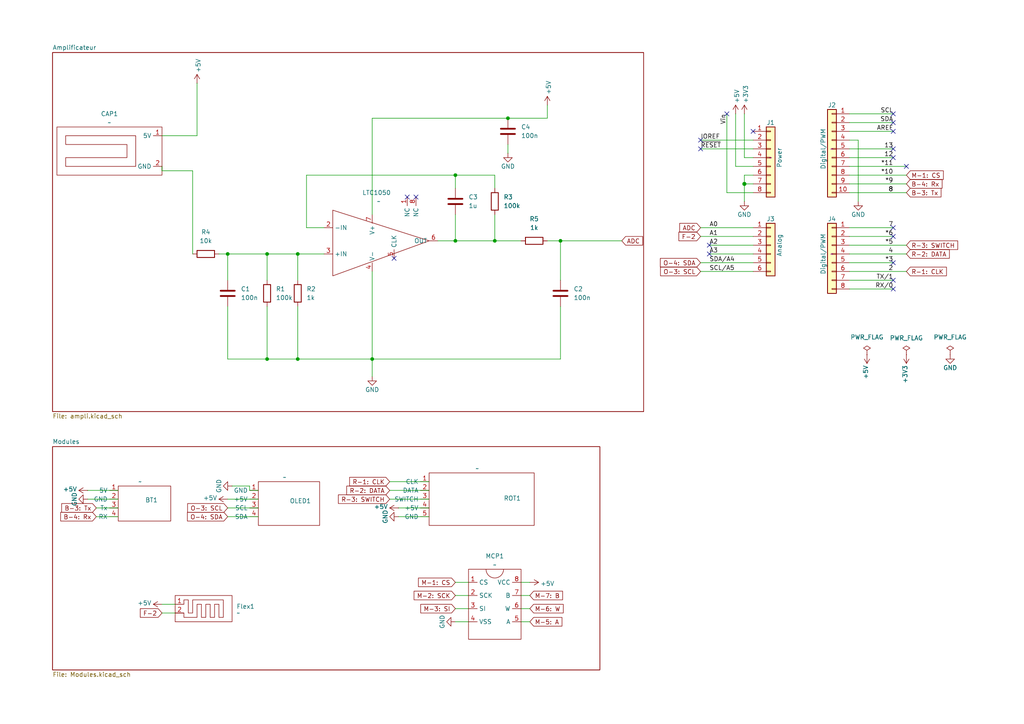
<source format=kicad_sch>
(kicad_sch (version 20231120) (generator "eeschema") (generator_version "8.0")
  (paper "A4")
  (title_block (title "Démo Shield Arduino") (date "mar. 31 mars 2015") (rev "1.0") (company "INSA DELCAMPO/VALENCIA") (comment 2 "${EMAIL}") (comment 3 "Ignacio DEL CAMPO") (comment 4 "Opérateur CAO:"))
  (lib_symbols
    (symbol "BT_HC-05_1"
      (property "Reference" "BT" (at 3.048 -7.366 0))
      (symbol "BT_HC-05_1_1_1"
        (rectangle (start -7.62 -2.54) (end 7.62 -12.7))
        (pin passive line (at -7.62 -3.81 180) (length 2.54) (name "5V") (number "1"))
        (pin passive line (at -7.62 -6.35 180) (length 2.54) (name "GND") (number "2"))
        (pin passive line (at -7.62 -8.89 180) (length 2.54) (name "Tx") (number "3"))
        (pin passive line (at -7.62 -11.43 180) (length 2.54) (name "RX") (number "4"))
      )
    )
    (symbol "Chulo:MCP41050"
      (property "Reference" "MCP" (at 0.254 -10.922 0))
      (symbol "MCP41050_0_1"
        (rectangle (start -7.62 7.62) (end 7.62 -12.7))
        (arc (start -2.54 7.62) (mid 0 5.08) (end 2.54 7.62))
      )
      (symbol "MCP41050_1_1"
        (pin passive line (at -7.62 3.81 0) (length 2.54) (name "CS") (number "1"))
        (pin passive line (at -7.62 0 0) (length 2.54) (name "SCK") (number "2"))
        (pin passive line (at -7.62 -3.81 0) (length 2.54) (name "SI") (number "3"))
        (pin passive line (at -7.62 -7.62 0) (length 2.54) (name "VSS") (number "4"))
        (pin passive line (at 7.62 -7.62 180) (length 2.54) (name "A") (number "5"))
        (pin passive line (at 7.62 -3.81 180) (length 2.54) (name "W") (number "6"))
        (pin passive line (at 7.62 0 180) (length 2.54) (name "B") (number "7"))
        (pin passive line (at 7.62 3.81 180) (length 2.54) (name "VCC") (number "8"))
      )
    )
    (symbol "Connector_Generic:Conn_01x06" (pin_names (offset 1.016) hide)
      (property "Reference" "J" (at 0 7.62 0))
      (property "Value" "Conn_01x06" (at 0 -10.16 0))
      (symbol "Conn_01x06_1_1"
        (rectangle (start -1.27 -7.493) (end 0 -7.747) (stroke (width 0.1524)))
        (rectangle (start -1.27 -4.953) (end 0 -5.207) (stroke (width 0.1524)))
        (rectangle (start -1.27 -2.413) (end 0 -2.667) (stroke (width 0.1524)))
        (rectangle (start -1.27 0.127) (end 0 -0.127) (stroke (width 0.1524)))
        (rectangle (start -1.27 2.667) (end 0 2.413) (stroke (width 0.1524)))
        (rectangle (start -1.27 5.207) (end 0 4.953) (stroke (width 0.1524)))
        (rectangle (start -1.27 6.35) (end 1.27 -8.89) (stroke (width 0.254)) (fill (type background)))
        (pin passive line (at -5.08 5.08 0) (length 3.81) (name "Pin_1") (number "1"))
        (pin passive line (at -5.08 2.54 0) (length 3.81) (name "Pin_2") (number "2"))
        (pin passive line (at -5.08 0 0) (length 3.81) (name "Pin_3") (number "3"))
        (pin passive line (at -5.08 -2.54 0) (length 3.81) (name "Pin_4") (number "4"))
        (pin passive line (at -5.08 -5.08 0) (length 3.81) (name "Pin_5") (number "5"))
        (pin passive line (at -5.08 -7.62 0) (length 3.81) (name "Pin_6") (number "6"))
      )
    )
    (symbol "Connector_Generic:Conn_01x08" (pin_names (offset 1.016) hide)
      (property "Reference" "J" (at 0 10.16 0))
      (property "Value" "Conn_01x08" (at 0 -12.7 0))
      (symbol "Conn_01x08_1_1"
        (rectangle (start -1.27 -10.033) (end 0 -10.287) (stroke (width 0.1524)))
        (rectangle (start -1.27 -7.493) (end 0 -7.747) (stroke (width 0.1524)))
        (rectangle (start -1.27 -4.953) (end 0 -5.207) (stroke (width 0.1524)))
        (rectangle (start -1.27 -2.413) (end 0 -2.667) (stroke (width 0.1524)))
        (rectangle (start -1.27 0.127) (end 0 -0.127) (stroke (width 0.1524)))
        (rectangle (start -1.27 2.667) (end 0 2.413) (stroke (width 0.1524)))
        (rectangle (start -1.27 5.207) (end 0 4.953) (stroke (width 0.1524)))
        (rectangle (start -1.27 7.747) (end 0 7.493) (stroke (width 0.1524)))
        (rectangle (start -1.27 8.89) (end 1.27 -11.43) (stroke (width 0.254)) (fill (type background)))
        (pin passive line (at -5.08 7.62 0) (length 3.81) (name "Pin_1") (number "1"))
        (pin passive line (at -5.08 5.08 0) (length 3.81) (name "Pin_2") (number "2"))
        (pin passive line (at -5.08 2.54 0) (length 3.81) (name "Pin_3") (number "3"))
        (pin passive line (at -5.08 0 0) (length 3.81) (name "Pin_4") (number "4"))
        (pin passive line (at -5.08 -2.54 0) (length 3.81) (name "Pin_5") (number "5"))
        (pin passive line (at -5.08 -5.08 0) (length 3.81) (name "Pin_6") (number "6"))
        (pin passive line (at -5.08 -7.62 0) (length 3.81) (name "Pin_7") (number "7"))
        (pin passive line (at -5.08 -10.16 0) (length 3.81) (name "Pin_8") (number "8"))
      )
    )
    (symbol "Connector_Generic:Conn_01x10" (pin_names (offset 1.016) hide)
      (property "Reference" "J" (at 0 12.7 0))
      (property "Value" "Conn_01x10" (at 0 -15.24 0))
      (symbol "Conn_01x10_1_1"
        (rectangle (start -1.27 -12.573) (end 0 -12.827) (stroke (width 0.1524)))
        (rectangle (start -1.27 -10.033) (end 0 -10.287) (stroke (width 0.1524)))
        (rectangle (start -1.27 -7.493) (end 0 -7.747) (stroke (width 0.1524)))
        (rectangle (start -1.27 -4.953) (end 0 -5.207) (stroke (width 0.1524)))
        (rectangle (start -1.27 -2.413) (end 0 -2.667) (stroke (width 0.1524)))
        (rectangle (start -1.27 0.127) (end 0 -0.127) (stroke (width 0.1524)))
        (rectangle (start -1.27 2.667) (end 0 2.413) (stroke (width 0.1524)))
        (rectangle (start -1.27 5.207) (end 0 4.953) (stroke (width 0.1524)))
        (rectangle (start -1.27 7.747) (end 0 7.493) (stroke (width 0.1524)))
        (rectangle (start -1.27 10.287) (end 0 10.033) (stroke (width 0.1524)))
        (rectangle (start -1.27 11.43) (end 1.27 -13.97) (stroke (width 0.254)) (fill (type background)))
        (pin passive line (at -5.08 10.16 0) (length 3.81) (name "Pin_1") (number "1"))
        (pin passive line (at -5.08 -12.7 0) (length 3.81) (name "Pin_10") (number "10"))
        (pin passive line (at -5.08 7.62 0) (length 3.81) (name "Pin_2") (number "2"))
        (pin passive line (at -5.08 5.08 0) (length 3.81) (name "Pin_3") (number "3"))
        (pin passive line (at -5.08 2.54 0) (length 3.81) (name "Pin_4") (number "4"))
        (pin passive line (at -5.08 0 0) (length 3.81) (name "Pin_5") (number "5"))
        (pin passive line (at -5.08 -2.54 0) (length 3.81) (name "Pin_6") (number "6"))
        (pin passive line (at -5.08 -5.08 0) (length 3.81) (name "Pin_7") (number "7"))
        (pin passive line (at -5.08 -7.62 0) (length 3.81) (name "Pin_8") (number "8"))
        (pin passive line (at -5.08 -10.16 0) (length 3.81) (name "Pin_9") (number "9"))
      )
    )
    (symbol "Device:C" (pin_numbers hide) (pin_names (offset 0.254))
      (property "Reference" "C" (at 0.635 2.54 0))
      (property "Value" "C" (at 0.635 -2.54 0))
      (symbol "C_0_1"
        (polyline (pts (xy -2.032 -0.762) (xy 2.032 -0.762)) (stroke (width 0.508)))
        (polyline (pts (xy -2.032 0.762) (xy 2.032 0.762)) (stroke (width 0.508)))
      )
      (symbol "C_1_1"
        (pin passive line (at 0 3.81 270) (length 2.794) (name "~") (number "1"))
        (pin passive line (at 0 -3.81 90) (length 2.794) (name "~") (number "2"))
      )
    )
    (symbol "Device:R" (pin_numbers hide) (pin_names (offset 0))
      (property "Reference" "R" (at 2.032 0 90))
      (property "Value" "R" (at 0 0 90))
      (symbol "R_0_1"
        (rectangle (start -1.016 -2.54) (end 1.016 2.54) (stroke (width 0.254)))
      )
      (symbol "R_1_1"
        (pin passive line (at 0 3.81 270) (length 1.27) (name "~") (number "1"))
        (pin passive line (at 0 -3.81 90) (length 1.27) (name "~") (number "2"))
      )
    )
    (symbol "Ecran_OLED_1"
      (property "Reference" "OLED" (at 2.794 -9.144 0))
      (symbol "Ecran_OLED_1_0_1"
        (rectangle (start -8.89 -2.54) (end 8.89 -15.24))
      )
      (symbol "Ecran_OLED_1_1_1"
        (pin passive line (at -8.89 -5.08 180) (length 2.54) (name "GND") (number "1"))
        (pin passive line (at -8.89 -7.62 180) (length 2.54) (name "+5V") (number "2"))
        (pin passive line (at -8.89 -10.16 180) (length 2.54) (name "SCL") (number "3"))
        (pin passive line (at -8.89 -12.7 180) (length 2.54) (name "SDA") (number "4"))
      )
    )
    (symbol "LibCapteur:Capteur"
      (property "Reference" "CAP" (at 0 0 0))
      (symbol "Capteur_0_1"
        (rectangle (start -15.24 -3.81) (end 15.24 -17.78))
        (polyline (pts (xy -12.7 -6.35) (xy 7.62 -6.35) (xy 7.62 -15.24) (xy -12.7 -15.24) (xy -12.7 -12.7) (xy 5.08 -12.7) (xy 5.08 -8.89) (xy -12.7 -8.89) (xy -12.7 -6.35)))
      )
      (symbol "Capteur_1_1"
        (pin passive line (at 15.24 -6.35 180) (length 2.54) (name "5V") (number "1"))
        (pin passive line (at 15.24 -15.24 180) (length 2.54) (name "GND") (number "2"))
      )
    )
    (symbol "LibCapteur:EncodRot"
      (property "Reference" "ROT" (at 0 0 0))
      (symbol "EncodRot_0_1"
        (rectangle (start -15.24 -2.54) (end 15.24 -17.78))
      )
      (symbol "EncodRot_1_1"
        (pin passive line (at -15.24 -5.08 180) (length 2.54) (name "CLK") (number "1"))
        (pin passive line (at -15.24 -7.62 180) (length 2.54) (name "DATA") (number "2"))
        (pin passive line (at -15.24 -10.16 180) (length 2.54) (name "SWITCH") (number "3"))
        (pin passive line (at -15.24 -12.7 180) (length 2.54) (name "+5V") (number "4"))
        (pin passive line (at -15.24 -15.24 180) (length 2.54) (name "GND") (number "5"))
      )
    )
    (symbol "LibCapteur:FlexSensor"
      (property "Reference" "Flex" (at 0 5.08 0))
      (symbol "FlexSensor_0_1"
        (rectangle (start -7.62 3.81) (end 8.89 -3.81))
        (polyline (pts (xy -7.62 1.27) (xy -5.08 1.27) (xy -5.08 2.54) (xy -3.81 2.54) (xy -3.81 -1.27) (xy -2.54 -1.27) (xy -2.54 2.54) (xy -1.27 2.54) (xy 6.35 2.54) (xy 6.35 -2.54) (xy 5.08 -2.54) (xy 5.08 1.27) (xy 3.81 1.27) (xy 3.81 -2.54) (xy 2.54 -2.54) (xy 2.54 1.27) (xy 1.27 1.27) (xy 1.27 -2.54) (xy 0 -2.54) (xy 0 1.27) (xy -1.27 1.27) (xy -1.27 -2.54) (xy -5.08 -2.54) (xy -5.08 -1.27) (xy -7.62 -1.27)))
      )
      (symbol "FlexSensor_1_1"
        (pin passive line (at -7.62 1.27 0) (length 2.54) (name "") (number "1"))
        (pin passive line (at -7.62 -1.27 0) (length 2.54) (name "") (number "2"))
      )
    )
    (symbol "LibCapteur:LTC1050"
      (property "Reference" "LTC1050" (at 0 0 0))
      (property "Value" "~" (at 0.635 -2.54 0))
      (symbol "LTC1050_0_1"
        (polyline (pts (xy -12.7 -5.08) (xy 15.24 -13.97) (xy -12.7 -24.13) (xy -12.7 -5.08)))
      )
      (symbol "LTC1050_1_1"
        (pin passive line (at 8.89 -1.27 270) (length 2.54) (name "NC") (number "1"))
        (pin passive line (at -15.24 -10.16 0) (length 2.54) (name "-IN") (number "2"))
        (pin passive line (at -15.24 -17.78 0) (length 2.54) (name "+IN") (number "3"))
        (pin passive line (at -1.27 -22.86 90) (length 2.54) (name "V-") (number "4"))
        (pin passive line (at 5.08 -19.05 90) (length 2.54) (name "CLK") (number "5"))
        (pin passive line (at 17.78 -13.97 180) (length 2.54) (name "OUT") (number "6"))
        (pin passive line (at -1.27 -6.35 270) (length 2.54) (name "V+") (number "7"))
        (pin passive line (at 11.43 -1.27 270) (length 2.54) (name "NC") (number "8"))
      )
    )
    (symbol "power:+3V3" (power) (pin_numbers hide) (pin_names (offset 0) hide)
      (property "Value" "+3V3" (at 0 3.556 0))
      (symbol "+3V3_0_1"
        (polyline (pts (xy -0.762 1.27) (xy 0 2.54)))
        (polyline (pts (xy 0 0) (xy 0 2.54)))
        (polyline (pts (xy 0 2.54) (xy 0.762 1.27)))
      )
      (symbol "+3V3_1_1"
        (pin power_in line (at 0 0 90) (length 0) (name "~") (number "1"))
      )
    )
    (symbol "power:+5V" (power) (pin_numbers hide) (pin_names (offset 0) hide)
      (property "Value" "+5V" (at 0 3.556 0))
      (symbol "+5V_0_1"
        (polyline (pts (xy -0.762 1.27) (xy 0 2.54)))
        (polyline (pts (xy 0 0) (xy 0 2.54)))
        (polyline (pts (xy 0 2.54) (xy 0.762 1.27)))
      )
      (symbol "+5V_1_1"
        (pin power_in line (at 0 0 90) (length 0) (name "~") (number "1"))
      )
    )
    (symbol "power:GND" (power) (pin_numbers hide) (pin_names (offset 0) hide)
      (property "Value" "GND" (at 0 -3.81 0))
      (symbol "GND_0_1"
        (polyline (pts (xy 0 0) (xy 0 -1.27) (xy 1.27 -1.27) (xy 0 -2.54) (xy -1.27 -1.27) (xy 0 -1.27)))
      )
      (symbol "GND_1_1"
        (pin power_in line (at 0 0 270) (length 0) (name "~") (number "1"))
      )
    )
    (symbol "power:PWR_FLAG" (power) (pin_numbers hide) (pin_names (offset 0) hide)
      (property "Value" "PWR_FLAG" (at 0 3.81 0))
      (symbol "PWR_FLAG_0_0"
        (pin power_out line (at 0 0 90) (length 0) (name "~") (number "1"))
      )
      (symbol "PWR_FLAG_0_1"
        (polyline (pts (xy 0 0) (xy 0 1.27) (xy -1.016 1.905) (xy 0 2.54) (xy 1.016 1.905) (xy 0 1.27)))
      )
    )
  )
  (junction (at 147.32 34.29))
  (junction (at 132.08 69.85))
  (junction (at 132.08 50.8))
  (junction (at 107.95 104.14))
  (junction (at 162.56 69.85))
  (junction (at 143.51 69.85))
  (junction (at 215.9 53.34) (diameter 1.016))
  (junction (at 66.04 73.66))
  (junction (at 77.47 104.14))
  (junction (at 86.36 104.14))
  (junction (at 77.47 73.66))
  (junction (at 86.36 73.66))
  (no_connect (at 259.08 68.58))
  (no_connect (at 118.11 57.15))
  (no_connect (at 259.08 83.82))
  (no_connect (at 114.3 74.93))
  (no_connect (at 205.74 71.12))
  (no_connect (at 259.08 35.56))
  (no_connect (at 259.08 38.1))
  (no_connect (at 203.2 43.18))
  (no_connect (at 259.08 76.2))
  (no_connect (at 259.08 81.28))
  (no_connect (at 259.08 33.02))
  (no_connect (at 205.74 73.66))
  (no_connect (at 120.65 57.15))
  (no_connect (at 262.89 48.26))
  (no_connect (at 259.08 45.72))
  (no_connect (at 210.82 33.02))
  (no_connect (at 259.08 43.18))
  (no_connect (at 218.44 38.1))
  (no_connect (at 259.08 66.04))
  (no_connect (at 203.2 40.64))
  (wire (pts (xy 246.38 83.82) (xy 259.08 83.82)))
  (wire (pts (xy 46.99 175.26) (xy 50.8 175.26)))
  (wire (pts (xy 113.03 142.24) (xy 124.46 142.24)))
  (wire (pts (xy 127 69.85) (xy 132.08 69.85)))
  (wire (pts (xy 246.38 50.8) (xy 262.89 50.8)))
  (wire (pts (xy 143.51 54.61) (xy 143.51 50.8)))
  (wire (pts (xy 46.99 48.26) (xy 46.99 49.53)))
  (wire (pts (xy 246.38 33.02) (xy 259.08 33.02)))
  (wire (pts (xy 46.99 39.37) (xy 57.15 39.37)))
  (wire (pts (xy 86.36 88.9) (xy 86.36 104.14)))
  (wire (pts (xy 215.9 50.8) (xy 215.9 53.34)))
  (wire (pts (xy 203.2 66.04) (xy 218.44 66.04)))
  (wire (pts (xy 132.08 172.72) (xy 135.89 172.72)))
  (wire (pts (xy 72.39 140.97) (xy 72.39 142.24)))
  (wire (pts (xy 215.9 53.34) (xy 215.9 58.42)))
  (wire (pts (xy 77.47 73.66) (xy 86.36 73.66)))
  (wire (pts (xy 215.9 45.72) (xy 218.44 45.72)))
  (wire (pts (xy 107.95 78.74) (xy 107.95 104.14)))
  (wire (pts (xy 213.36 48.26) (xy 218.44 48.26)))
  (wire (pts (xy 88.9 50.8) (xy 88.9 66.04)))
  (wire (pts (xy 213.36 33.02) (xy 213.36 48.26)))
  (wire (pts (xy 246.38 35.56) (xy 259.08 35.56)))
  (wire (pts (xy 151.13 168.91) (xy 153.67 168.91)))
  (wire (pts (xy 132.08 69.85) (xy 143.51 69.85)))
  (wire (pts (xy 215.9 33.02) (xy 215.9 45.72)))
  (wire (pts (xy 246.38 66.04) (xy 259.08 66.04)))
  (wire (pts (xy 115.57 147.32) (xy 124.46 147.32)))
  (wire (pts (xy 107.95 104.14) (xy 86.36 104.14)))
  (wire (pts (xy 246.38 68.58) (xy 259.08 68.58)))
  (wire (pts (xy 132.08 54.61) (xy 132.08 50.8)))
  (wire (pts (xy 63.5 73.66) (xy 66.04 73.66)))
  (wire (pts (xy 77.47 73.66) (xy 77.47 81.28)))
  (wire (pts (xy 246.38 45.72) (xy 259.08 45.72)))
  (wire (pts (xy 132.08 50.8) (xy 143.51 50.8)))
  (wire (pts (xy 27.94 149.86) (xy 34.29 149.86)))
  (wire (pts (xy 107.95 34.29) (xy 147.32 34.29)))
  (wire (pts (xy 246.38 53.34) (xy 262.89 53.34)))
  (wire (pts (xy 246.38 73.66) (xy 262.89 73.66)))
  (wire (pts (xy 46.99 49.53) (xy 55.88 49.53)))
  (wire (pts (xy 151.13 180.34) (xy 153.67 180.34)))
  (wire (pts (xy 162.56 69.85) (xy 180.34 69.85)))
  (wire (pts (xy 203.2 40.64) (xy 218.44 40.64)))
  (wire (pts (xy 158.75 30.48) (xy 158.75 34.29)))
  (wire (pts (xy 66.04 104.14) (xy 66.04 88.9)))
  (wire (pts (xy 66.04 73.66) (xy 77.47 73.66)))
  (wire (pts (xy 57.15 24.13) (xy 57.15 39.37)))
  (wire (pts (xy 203.2 78.74) (xy 218.44 78.74)))
  (wire (pts (xy 248.92 40.64) (xy 248.92 58.42)))
  (wire (pts (xy 115.57 149.86) (xy 124.46 149.86)))
  (wire (pts (xy 246.38 38.1) (xy 259.08 38.1)))
  (wire (pts (xy 66.04 147.32) (xy 74.93 147.32)))
  (wire (pts (xy 107.95 104.14) (xy 162.56 104.14)))
  (wire (pts (xy 218.44 71.12) (xy 205.74 71.12)))
  (wire (pts (xy 203.2 43.18) (xy 218.44 43.18)))
  (wire (pts (xy 67.31 140.97) (xy 72.39 140.97)))
  (wire (pts (xy 218.44 53.34) (xy 215.9 53.34)))
  (wire (pts (xy 132.08 176.53) (xy 135.89 176.53)))
  (wire (pts (xy 107.95 104.14) (xy 107.95 109.22)))
  (wire (pts (xy 55.88 49.53) (xy 55.88 73.66)))
  (wire (pts (xy 27.94 147.32) (xy 34.29 147.32)))
  (wire (pts (xy 218.44 55.88) (xy 210.82 55.88)))
  (wire (pts (xy 203.2 68.58) (xy 218.44 68.58)))
  (wire (pts (xy 86.36 73.66) (xy 93.98 73.66)))
  (wire (pts (xy 77.47 104.14) (xy 66.04 104.14)))
  (wire (pts (xy 66.04 149.86) (xy 74.93 149.86)))
  (wire (pts (xy 113.03 139.7) (xy 124.46 139.7)))
  (wire (pts (xy 66.04 73.66) (xy 66.04 81.28)))
  (wire (pts (xy 246.38 40.64) (xy 248.92 40.64)))
  (wire (pts (xy 162.56 69.85) (xy 162.56 81.28)))
  (wire (pts (xy 25.4 144.78) (xy 34.29 144.78)))
  (wire (pts (xy 88.9 66.04) (xy 93.98 66.04)))
  (wire (pts (xy 218.44 50.8) (xy 215.9 50.8)))
  (wire (pts (xy 162.56 88.9) (xy 162.56 104.14)))
  (wire (pts (xy 72.39 142.24) (xy 74.93 142.24)))
  (wire (pts (xy 86.36 73.66) (xy 86.36 81.28)))
  (wire (pts (xy 147.32 41.91) (xy 147.32 44.45)))
  (wire (pts (xy 246.38 48.26) (xy 262.89 48.26)))
  (wire (pts (xy 77.47 88.9) (xy 77.47 104.14)))
  (wire (pts (xy 132.08 62.23) (xy 132.08 69.85)))
  (wire (pts (xy 132.08 50.8) (xy 88.9 50.8)))
  (wire (pts (xy 132.08 180.34) (xy 135.89 180.34)))
  (wire (pts (xy 246.38 71.12) (xy 262.89 71.12)))
  (wire (pts (xy 205.74 73.66) (xy 218.44 73.66)))
  (wire (pts (xy 107.95 62.23) (xy 107.95 34.29)))
  (wire (pts (xy 132.08 168.91) (xy 135.89 168.91)))
  (wire (pts (xy 66.04 144.78) (xy 74.93 144.78)))
  (wire (pts (xy 151.13 172.72) (xy 153.67 172.72)))
  (wire (pts (xy 143.51 62.23) (xy 143.51 69.85)))
  (wire (pts (xy 147.32 34.29) (xy 158.75 34.29)))
  (wire (pts (xy 246.38 78.74) (xy 262.89 78.74)))
  (wire (pts (xy 46.99 177.8) (xy 50.8 177.8)))
  (wire (pts (xy 246.38 76.2) (xy 259.08 76.2)))
  (wire (pts (xy 86.36 104.14) (xy 77.47 104.14)))
  (wire (pts (xy 25.4 142.24) (xy 34.29 142.24)))
  (wire (pts (xy 143.51 69.85) (xy 151.13 69.85)))
  (wire (pts (xy 246.38 43.18) (xy 259.08 43.18)))
  (wire (pts (xy 151.13 176.53) (xy 153.67 176.53)))
  (wire (pts (xy 246.38 81.28) (xy 259.08 81.28)))
  (wire (pts (xy 210.82 55.88) (xy 210.82 33.02)))
  (wire (pts (xy 158.75 69.85) (xy 162.56 69.85)))
  (wire (pts (xy 113.03 144.78) (xy 124.46 144.78)))
  (wire (pts (xy 203.2 76.2) (xy 218.44 76.2)))
  (wire (pts (xy 246.38 55.88) (xy 262.89 55.88)))
  (text "* Indicates a PWM-capable pin" (at 182.88 289.56 0) (effects (font (size 1.27 1.27)) (justify left bottom)))
  (label "RX{slash}0" (at 259.08 83.82 180))
  (label "A2" (at 205.74 71.12 0))
  (label "*11" (at 259.08 48.26 180))
  (label "4" (at 259.08 73.66 180))
  (label "2" (at 259.08 78.74 180))
  (label "13" (at 259.08 43.18 180))
  (label "A3" (at 205.74 73.66 0))
  (label "*9" (at 259.08 53.34 180))
  (label "~{RESET}" (at 203.2 43.18 0))
  (label "*10" (at 259.08 50.8 180))
  (label "7" (at 259.08 66.04 180))
  (label "SDA" (at 259.08 35.56 180))
  (label "8" (at 259.08 55.88 180))
  (label "*3" (at 259.08 76.2 180))
  (label "12" (at 259.08 45.72 180))
  (label "A1" (at 205.74 68.58 0))
  (label "TX{slash}1" (at 259.08 81.28 180))
  (label "A0" (at 205.74 66.04 0))
  (label "AREF" (at 259.08 38.1 180))
  (label "Vin" (at 210.82 33.02 270))
  (label "*6" (at 259.08 68.58 180))
  (label "SCL" (at 259.08 33.02 180))
  (label "*5" (at 259.08 71.12 180))
  (label "IOREF" (at 203.2 40.64 0))
  (label "SDA{slash}A4" (at 205.74 76.2 0))
  (label "SCL{slash}A5" (at 205.74 78.74 0))
  (label "8" (at 259.08 55.88 180))
  (global_label "M-3: SI" (shape input) (at 132.08 176.53 180) (property "Intersheetrefs" "${INTERSHEET_REFS}" (effects (hide yes))))
  (global_label "M-1: CS" (shape input) (at 262.89 50.8 0) (property "Intersheetrefs" "${INTERSHEET_REFS}" (effects (hide yes))))
  (global_label "B-4: Rx" (shape input) (at 27.94 149.86 180) (property "Intersheetrefs" "${INTERSHEET_REFS}" (effects (hide yes))))
  (global_label "F-2" (shape input) (at 203.2 68.58 180) (property "Intersheetrefs" "${INTERSHEET_REFS}" (effects (hide yes))))
  (global_label "M-5: A" (shape input) (at 153.67 180.34 0) (property "Intersheetrefs" "${INTERSHEET_REFS}" (effects (hide yes))))
  (global_label "M-1: CS" (shape input) (at 132.08 168.91 180) (property "Intersheetrefs" "${INTERSHEET_REFS}" (effects (hide yes))))
  (global_label "O-4: SDA" (shape input) (at 66.04 149.86 180) (property "Intersheetrefs" "${INTERSHEET_REFS}" (effects (hide yes))))
  (global_label "R-3: SWITCH" (shape input) (at 262.89 71.12 0) (property "Intersheetrefs" "${INTERSHEET_REFS}" (effects (hide yes))))
  (global_label "B-4: Rx" (shape input) (at 262.89 53.34 0) (property "Intersheetrefs" "${INTERSHEET_REFS}" (effects (hide yes))))
  (global_label "O-3: SCL" (shape input) (at 66.04 147.32 180) (property "Intersheetrefs" "${INTERSHEET_REFS}" (effects (hide yes))))
  (global_label "O-4: SDA" (shape input) (at 203.2 76.2 180) (property "Intersheetrefs" "${INTERSHEET_REFS}" (effects (hide yes))))
  (global_label "R-1: CLK" (shape input) (at 262.89 78.74 0) (property "Intersheetrefs" "${INTERSHEET_REFS}" (effects (hide yes))))
  (global_label "O-3: SCL" (shape input) (at 203.2 78.74 180) (property "Intersheetrefs" "${INTERSHEET_REFS}" (effects (hide yes))))
  (global_label "ADC" (shape input) (at 180.34 69.85 0) (property "Intersheetrefs" "${INTERSHEET_REFS}" (effects (hide yes))))
  (global_label "ADC" (shape input) (at 203.2 66.04 180) (property "Intersheetrefs" "${INTERSHEET_REFS}" (effects (hide yes))))
  (global_label "B-3: Tx" (shape input) (at 262.89 55.88 0) (property "Intersheetrefs" "${INTERSHEET_REFS}" (effects (hide yes))))
  (global_label "R-3: SWITCH" (shape input) (at 113.03 144.78 180) (property "Intersheetrefs" "${INTERSHEET_REFS}" (effects (hide yes))))
  (global_label "M-7: B" (shape input) (at 153.67 172.72 0) (property "Intersheetrefs" "${INTERSHEET_REFS}" (effects (hide yes))))
  (global_label "B-3: Tx" (shape input) (at 27.94 147.32 180) (property "Intersheetrefs" "${INTERSHEET_REFS}" (effects (hide yes))))
  (global_label "R-2: DATA" (shape input) (at 262.89 73.66 0) (property "Intersheetrefs" "${INTERSHEET_REFS}" (effects (hide yes))))
  (global_label "R-1: CLK" (shape input) (at 113.03 139.7 180) (property "Intersheetrefs" "${INTERSHEET_REFS}" (effects (hide yes))))
  (global_label "R-2: DATA" (shape input) (at 113.03 142.24 180) (property "Intersheetrefs" "${INTERSHEET_REFS}" (effects (hide yes))))
  (global_label "M-6: W" (shape input) (at 153.67 176.53 0) (property "Intersheetrefs" "${INTERSHEET_REFS}" (effects (hide yes))))
  (global_label "M-2: SCK" (shape input) (at 132.08 172.72 180) (property "Intersheetrefs" "${INTERSHEET_REFS}" (effects (hide yes))))
  (global_label "F-2" (shape input) (at 46.99 177.8 180) (property "Intersheetrefs" "${INTERSHEET_REFS}" (effects (hide yes))))
  (symbol (lib_id "Connector_Generic:Conn_01x08") (at 223.52 45.72 0) (unit 1)
    (property "Reference" "J1" (at 223.52 35.56 0))
    (property "Value" "Power" (at 226.06 45.72 90))
    (property "Footprint" "Connector_PinSocket_2.54mm:PinSocket_1x08_P2.54mm_Vertical" (effects (hide yes)))
    (property "Datasheet" "~" (at 223.52 45.72 0))
    (property "Description" "Generic connector, single row, 01x08, script generated (kicad-library-utils/schlib/autogen/connector/)" (effects (hide yes)))
  )
  (symbol (lib_id "power:+3V3") (at 215.9 33.02 0) (unit 1)
    (property "Reference" "#PWR03" (effects (hide yes)))
    (property "Value" "+3V3" (at 216.281 29.972 90) (effects (justify left)))
    (property "Description" "Power symbol creates a global label with name \"+3V3\"" (effects (hide yes)))
  )
  (symbol (lib_id "power:+5V") (at 213.36 33.02 0) (unit 1)
    (property "Reference" "#PWR02" (effects (hide yes)))
    (property "Value" "+5V" (at 213.7156 29.972 90) (effects (justify left)))
    (property "Description" "Power symbol creates a global label with name \"+5V\"" (effects (hide yes)))
  )
  (symbol (lib_id "power:GND") (at 275.59 102.87 0) (unit 1)
    (property "Reference" "#PWR04" (effects (hide yes)))
    (property "Value" "GND" (at 275.59 106.68 0))
    (property "Description" "Power symbol creates a global label with name \"GND\" , ground" (effects (hide yes)))
  )
  (symbol (lib_id "Connector_Generic:Conn_01x10") (at 241.3 43.18 0) (mirror y) (unit 1)
    (property "Reference" "J2" (at 241.3 30.48 0))
    (property "Value" "Digital/PWM" (at 238.76 43.18 90))
    (property "Footprint" "Connector_PinSocket_2.54mm:PinSocket_1x10_P2.54mm_Vertical" (effects (hide yes)))
    (property "Datasheet" "~" (at 241.3 43.18 0))
    (property "Description" "Generic connector, single row, 01x10, script generated (kicad-library-utils/schlib/autogen/connector/)" (effects (hide yes)))
  )
  (symbol (lib_id "power:GND") (at 248.92 58.42 0) (unit 1)
    (property "Reference" "#PWR05" (effects (hide yes)))
    (property "Value" "GND" (at 248.92 62.23 0))
    (property "Description" "Power symbol creates a global label with name \"GND\" , ground" (effects (hide yes)))
  )
  (symbol (lib_id "Connector_Generic:Conn_01x06") (at 223.52 71.12 0) (unit 1)
    (property "Reference" "J3" (at 223.52 63.5 0))
    (property "Value" "Analog" (at 226.06 71.12 90))
    (property "Footprint" "Connector_PinSocket_2.54mm:PinSocket_1x06_P2.54mm_Vertical" (effects (hide yes)))
    (property "Description" "Generic connector, single row, 01x06, script generated (kicad-library-utils/schlib/autogen/connector/)" (effects (hide yes)))
  )
  (symbol (lib_id "Connector_Generic:Conn_01x08") (at 241.3 73.66 0) (mirror y) (unit 1)
    (property "Reference" "J4" (at 241.3 63.5 0))
    (property "Value" "Digital/PWM" (at 238.76 73.66 90))
    (property "Footprint" "Connector_PinSocket_2.54mm:PinSocket_1x08_P2.54mm_Vertical" (effects (hide yes)))
    (property "Datasheet" "~" (at 241.3 73.66 0))
    (property "Description" "Generic connector, single row, 01x08, script generated (kicad-library-utils/schlib/autogen/connector/)" (effects (hide yes)))
  )
  (symbol (lib_id "power:+5V") (at 115.57 147.32 90) (unit 1)
    (property "Reference" "#PWR016" (effects (hide yes)))
    (property "Value" "+5V" (at 112.522 146.9644 90) (effects (justify left)))
    (property "Description" "Power symbol creates a global label with name \"+5V\"" (effects (hide yes)))
  )
  (symbol (lib_id "Device:C") (at 66.04 85.09 0) (unit 1)
    (property "Reference" "C1" (at 69.85 83.8199 0) (effects (justify left)))
    (property "Value" "100n" (at 69.85 86.3599 0) (effects (justify left)))
    (property "Footprint" "Capacitor_SMD:C_0201_0603Metric" (effects (hide yes)))
    (property "Description" "Unpolarized capacitor" (effects (hide yes)))
  )
  (symbol (lib_id "Device:C") (at 162.56 85.09 0) (unit 1)
    (property "Reference" "C2" (at 166.37 83.8199 0) (effects (justify left)))
    (property "Value" "100n " (at 166.37 86.3599 0) (effects (justify left)))
    (property "Footprint" "Capacitor_SMD:C_0201_0603Metric" (effects (hide yes)))
    (property "Description" "Unpolarized capacitor" (effects (hide yes)))
  )
  (symbol (lib_id "Device:R") (at 86.36 85.09 0) (unit 1)
    (property "Reference" "R2" (at 88.9 83.8199 0) (effects (justify left)))
    (property "Value" "1k" (at 88.9 86.3599 0) (effects (justify left)))
    (property "Footprint" "Resistor_SMD:R_0201_0603Metric" (effects (hide yes)))
    (property "Description" "Resistor" (effects (hide yes)))
  )
  (symbol (lib_id "Chulo:MCP41050") (at 143.51 172.72 0) (unit 1)
    (property "Reference" "MCP1" (at 143.51 161.29 0))
    (property "Value" "~" (at 143.51 163.83 0))
    (property "Footprint" "LIbCapteurPCB:DigiPot" (effects (hide yes)))
  )
  (symbol (lib_id "power:PWR_FLAG") (at 275.59 102.87 0) (unit 1)
    (property "Reference" "#FLG01" (effects (hide yes)))
    (property "Value" "PWR_FLAG" (at 275.59 97.79 0))
    (property "Description" "Special symbol for telling ERC where power comes from" (effects (hide yes)))
  )
  (symbol (lib_id "power:+5V") (at 251.46 102.87 180) (unit 1)
    (property "Reference" "#PWR08" (effects (hide yes)))
    (property "Value" "+5V" (at 251.1044 105.918 90) (effects (justify left)))
    (property "Description" "Power symbol creates a global label with name \"+5V\"" (effects (hide yes)))
  )
  (symbol (lib_id "power:GND") (at 115.57 149.86 270) (unit 1)
    (property "Reference" "#PWR017" (effects (hide yes)))
    (property "Value" "GND" (at 111.76 149.86 0))
    (property "Description" "Power symbol creates a global label with name \"GND\" , ground" (effects (hide yes)))
  )
  (symbol (lib_id "power:+5V") (at 66.04 144.78 90) (unit 1)
    (property "Reference" "#PWR014" (effects (hide yes)))
    (property "Value" "+5V" (at 62.992 144.4244 90) (effects (justify left)))
    (property "Description" "Power symbol creates a global label with name \"+5V\"" (effects (hide yes)))
  )
  (symbol (lib_id "Device:R") (at 143.51 58.42 0) (unit 1)
    (property "Reference" "R3" (at 146.05 57.1499 0) (effects (justify left)))
    (property "Value" "100k" (at 146.05 59.6899 0) (effects (justify left)))
    (property "Footprint" "Resistor_SMD:R_0201_0603Metric" (effects (hide yes)))
    (property "Description" "Resistor" (effects (hide yes)))
  )
  (symbol (lib_id "power:+5V") (at 46.99 175.26 90) (unit 1)
    (property "Reference" "#PWR018" (effects (hide yes)))
    (property "Value" "+5V" (at 43.942 174.9044 90) (effects (justify left)))
    (property "Description" "Power symbol creates a global label with name \"+5V\"" (effects (hide yes)))
  )
  (symbol (lib_id "Device:R") (at 77.47 85.09 0) (unit 1)
    (property "Reference" "R1" (at 80.01 83.8199 0) (effects (justify left)))
    (property "Value" "100k" (at 80.01 86.3599 0) (effects (justify left)))
    (property "Footprint" "Resistor_SMD:R_0201_0603Metric" (effects (hide yes)))
    (property "Description" "Resistor" (effects (hide yes)))
  )
  (symbol (lib_name "BT_HC-05_1") (lib_id "LibCapteur:BT_HC-05") (at 41.91 138.43 0) (unit 1)
    (property "Reference" "BT1" (at 43.942 145.034 0))
    (property "Value" "~" (at 40.64 139.7 0))
    (property "Footprint" "LIbCapteurPCB:BT-HC05" (effects (hide yes)))
  )
  (symbol (lib_id "Device:R") (at 154.94 69.85 90) (unit 1)
    (property "Reference" "R5" (at 154.94 63.5 90))
    (property "Value" "1k" (at 154.94 66.04 90))
    (property "Footprint" "Resistor_SMD:R_0201_0603Metric" (effects (hide yes)))
    (property "Description" "Resistor" (effects (hide yes)))
  )
  (symbol (lib_id "power:+5V") (at 153.67 168.91 270) (unit 1)
    (property "Reference" "#PWR020" (effects (hide yes)))
    (property "Value" "+5V" (at 156.718 169.2656 90) (effects (justify left)))
    (property "Description" "Power symbol creates a global label with name \"+5V\"" (effects (hide yes)))
  )
  (symbol (lib_id "power:GND") (at 67.31 140.97 270) (unit 1)
    (property "Reference" "#PWR015" (effects (hide yes)))
    (property "Value" "GND" (at 63.5 140.97 0))
    (property "Description" "Power symbol creates a global label with name \"GND\" , ground" (effects (hide yes)))
  )
  (symbol (lib_id "power:PWR_FLAG") (at 251.46 102.87 0) (unit 1)
    (property "Reference" "#FLG03" (effects (hide yes)))
    (property "Value" "PWR_FLAG" (at 251.46 97.79 0))
    (property "Description" "Special symbol for telling ERC where power comes from" (effects (hide yes)))
  )
  (symbol (lib_id "LibCapteur:LTC1050") (at 109.22 55.88 0) (unit 1)
    (property "Reference" "LTC1050" (at 109.22 55.88 0))
    (property "Value" "~" (at 109.855 58.42 0))
    (property "Footprint" "LIbCapteurPCB:LTC1050" (effects (hide yes)))
  )
  (symbol (lib_id "power:GND") (at 215.9 58.42 0) (unit 1)
    (property "Reference" "#PWR06" (effects (hide yes)))
    (property "Value" "GND" (at 215.9 62.23 0))
    (property "Description" "Power symbol creates a global label with name \"GND\" , ground" (effects (hide yes)))
  )
  (symbol (lib_id "power:+3V3") (at 262.89 102.87 180) (unit 1)
    (property "Reference" "#PWR07" (effects (hide yes)))
    (property "Value" "+3V3" (at 262.509 105.918 90) (effects (justify left)))
    (property "Description" "Power symbol creates a global label with name \"+3V3\"" (effects (hide yes)))
  )
  (symbol (lib_id "power:PWR_FLAG") (at 262.89 102.87 0) (unit 1)
    (property "Reference" "#FLG04" (effects (hide yes)))
    (property "Value" "PWR_FLAG" (at 262.89 98.044 0))
    (property "Description" "Special symbol for telling ERC where power comes from" (effects (hide yes)))
  )
  (symbol (lib_id "LibCapteur:Capteur") (at 31.75 33.02 0) (unit 1)
    (property "Reference" "CAP1" (at 31.75 33.02 0))
    (property "Value" "~" (at 31.75 35.56 0))
    (property "Footprint" "LIbCapteurPCB:Capteur Gaz" (effects (hide yes)))
  )
  (symbol (lib_id "power:+5V") (at 25.4 142.24 90) (unit 1)
    (property "Reference" "#PWR01" (effects (hide yes)))
    (property "Value" "+5V" (at 22.352 141.8844 90) (effects (justify left)))
    (property "Description" "Power symbol creates a global label with name \"+5V\"" (effects (hide yes)))
  )
  (symbol (lib_id "power:GND") (at 147.32 44.45 0) (unit 1)
    (property "Reference" "#PWR013" (effects (hide yes)))
    (property "Value" "GND" (at 147.32 48.26 0))
    (property "Description" "Power symbol creates a global label with name \"GND\" , ground" (effects (hide yes)))
  )
  (symbol (lib_id "Device:C") (at 147.32 38.1 0) (unit 1)
    (property "Reference" "C4" (at 151.13 36.8299 0) (effects (justify left)))
    (property "Value" "100n" (at 151.13 39.3699 0) (effects (justify left)))
    (property "Footprint" "Capacitor_SMD:C_0201_0603Metric" (effects (hide yes)))
    (property "Description" "Unpolarized capacitor" (effects (hide yes)))
  )
  (symbol (lib_id "LibCapteur:FlexSensor") (at 58.42 176.53 0) (unit 1)
    (property "Reference" "Flex1" (at 68.58 175.8949 0) (effects (justify left)))
    (property "Value" "~" (at 68.58 177.8 0) (effects (justify left)))
    (property "Footprint" "LIbCapteurPCB:F_SENSE" (effects (hide yes)))
  )
  (symbol (lib_id "power:GND") (at 25.4 144.78 270) (unit 1)
    (property "Reference" "#PWR09" (effects (hide yes)))
    (property "Value" "GND" (at 21.59 144.78 0))
    (property "Description" "Power symbol creates a global label with name \"GND\" , ground" (effects (hide yes)))
  )
  (symbol (lib_name "Ecran_OLED_1") (lib_id "LibCapteur:Ecran_OLED") (at 83.82 137.16 0) (unit 1)
    (property "Reference" "OLED1" (at 87.122 145.288 0))
    (property "Value" "~" (at 82.55 138.43 0))
    (property "Footprint" "LIbCapteurPCB:OLED" (effects (hide yes)))
  )
  (symbol (lib_id "power:+5V") (at 57.15 24.13 0) (unit 1)
    (property "Reference" "#PWR010" (effects (hide yes)))
    (property "Value" "+5V" (at 57.5056 21.082 90) (effects (justify left)))
    (property "Description" "Power symbol creates a global label with name \"+5V\"" (effects (hide yes)))
  )
  (symbol (lib_id "Device:R") (at 59.69 73.66 90) (unit 1)
    (property "Reference" "R4" (at 59.69 67.31 90))
    (property "Value" "10k" (at 59.69 69.85 90))
    (property "Footprint" "Resistor_SMD:R_0201_0603Metric" (effects (hide yes)))
    (property "Description" "Resistor" (effects (hide yes)))
  )
  (symbol (lib_id "power:GND") (at 132.08 180.34 270) (unit 1)
    (property "Reference" "#PWR021" (effects (hide yes)))
    (property "Value" "GND" (at 128.27 180.34 0))
    (property "Description" "Power symbol creates a global label with name \"GND\" , ground" (effects (hide yes)))
  )
  (symbol (lib_id "power:GND") (at 107.95 109.22 0) (unit 1)
    (property "Reference" "#PWR012" (effects (hide yes)))
    (property "Value" "GND" (at 107.95 113.03 0))
    (property "Description" "Power symbol creates a global label with name \"GND\" , ground" (effects (hide yes)))
  )
  (symbol (lib_id "Device:C") (at 132.08 58.42 0) (unit 1)
    (property "Reference" "C3" (at 135.89 57.1499 0) (effects (justify left)))
    (property "Value" "1u" (at 135.89 59.6899 0) (effects (justify left)))
    (property "Footprint" "Capacitor_SMD:C_0201_0603Metric" (effects (hide yes)))
    (property "Description" "Unpolarized capacitor" (effects (hide yes)))
  )
  (symbol (lib_id "power:+5V") (at 158.75 30.48 0) (unit 1)
    (property "Reference" "#PWR011" (effects (hide yes)))
    (property "Value" "+5V" (at 159.1056 27.432 90) (effects (justify left)))
    (property "Description" "Power symbol creates a global label with name \"+5V\"" (effects (hide yes)))
  )
  (symbol (lib_id "LibCapteur:EncodRot") (at 139.7 134.62 0) (unit 1)
    (property "Reference" "ROT1" (at 148.59 144.526 0))
    (property "Value" "~" (at 138.43 135.89 0))
    (property "Footprint" "LIbCapteurPCB:ROT" (effects (hide yes)))
  )
  (sheet (at 15.24 15.24) (size 171.45 104.14) (stroke (width 0.1524))
    (property "Sheetname" "Amplificateur" (at 15.24 14.5284 0) (effects (justify left bottom)))
    (property "Sheetfile" "ampli.kicad_sch" (at 15.24 119.9646 0) (effects (justify left top)))
  )
  (sheet (at 15.24 129.54) (size 158.75 64.77) (stroke (width 0.1524))
    (property "Sheetname" "Modules" (at 15.24 128.8284 0) (effects (justify left bottom)))
    (property "Sheetfile" "Modules.kicad_sch" (at 15.24 194.8946 0) (effects (justify left top)))
  )
)
</source>
